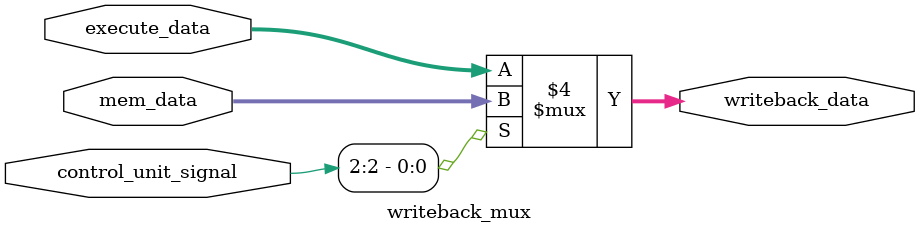
<source format=v>
module writeback_mux(
    input [31:0] mem_data,
    input [31:0] execute_data,
    input [7:0] control_unit_signal,
    output reg [31:0] writeback_data
);

always @(*) begin

    writeback_data = 32'b0;

    if (control_unit_signal[2] == 1'b1) // lw
        writeback_data = mem_data;
    else
        writeback_data = execute_data;

end

endmodule

</source>
